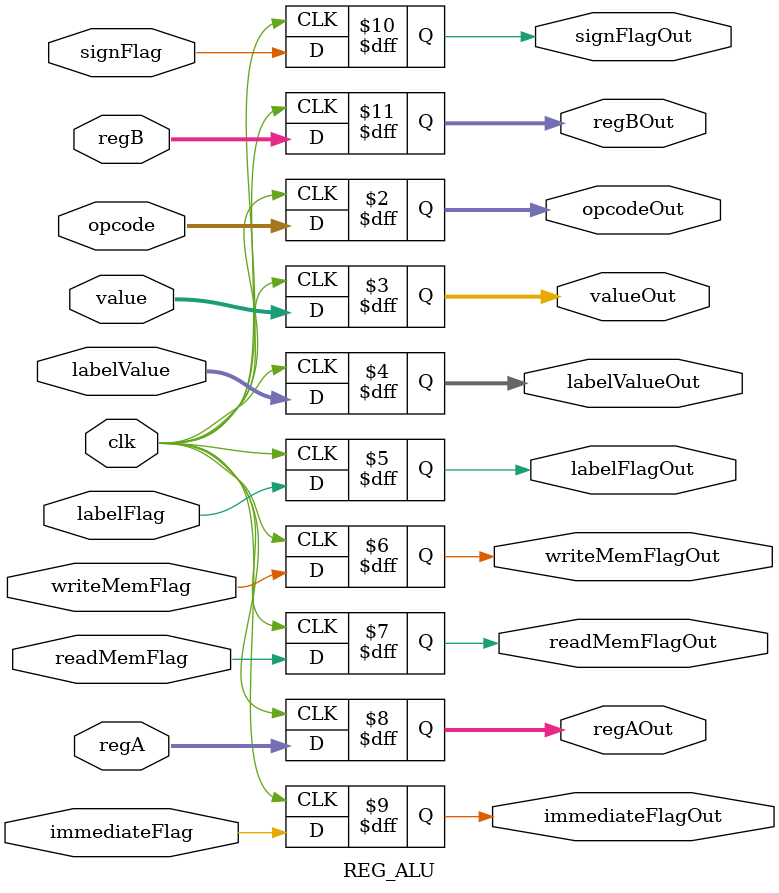
<source format=sv>
module REG_ALU(

input clk,
input [3:0] opcode,
input [7:0] value,
input [7:0] labelValue,
input labelFlag,
input writeMemFlag,
input readMemFlag,
input [7:0] regA,
input immediateFlag,
input signFlag,
input [7:0] regB,

//output clkOut,
output [3:0] opcodeOut,
output [7:0] valueOut,
output [7:0] labelValueOut,
output labelFlagOut,
output writeMemFlagOut,
output readMemFlagOut,
output [7:0] regAOut,
output immediateFlagOut,
output signFlagOut,
output [7:0] regBOut
);


always @ (posedge clk)
begin

//clkOut = clk;
opcodeOut <= opcode;
valueOut <= value;
labelValueOut <= labelValue;
labelFlagOut <= labelFlag;
writeMemFlagOut <= writeMemFlag;
readMemFlagOut <= readMemFlag;
regAOut <= regA;
immediateFlagOut <= immediateFlag;
signFlagOut <= signFlag;
regBOut <= regB;

end


endmodule
</source>
